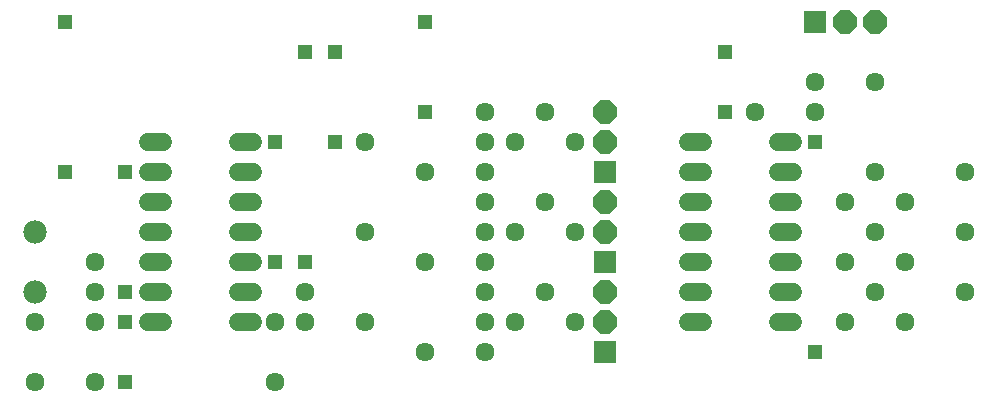
<source format=gts>
G75*
%MOIN*%
%OFA0B0*%
%FSLAX25Y25*%
%IPPOS*%
%LPD*%
%AMOC8*
5,1,8,0,0,1.08239X$1,22.5*
%
%ADD10C,0.06343*%
%ADD11OC8,0.07800*%
%ADD12R,0.07800X0.07800*%
%ADD13C,0.05950*%
%ADD14C,0.07800*%
%ADD15R,0.04762X0.04762*%
D10*
X0043919Y0017987D03*
X0063919Y0017987D03*
X0063919Y0037987D03*
X0043919Y0037987D03*
X0063919Y0047987D03*
X0063919Y0057987D03*
X0123919Y0037987D03*
X0133919Y0037987D03*
X0153919Y0037987D03*
X0133919Y0047987D03*
X0173919Y0057987D03*
X0193919Y0057987D03*
X0193919Y0067987D03*
X0203919Y0067987D03*
X0223919Y0067987D03*
X0213919Y0077987D03*
X0193919Y0077987D03*
X0193919Y0087987D03*
X0173919Y0087987D03*
X0153919Y0097987D03*
X0193919Y0097987D03*
X0203919Y0097987D03*
X0223919Y0097987D03*
X0213919Y0107987D03*
X0193919Y0107987D03*
X0283919Y0107987D03*
X0303919Y0107987D03*
X0303919Y0117987D03*
X0323919Y0117987D03*
X0323919Y0087987D03*
X0313919Y0077987D03*
X0333919Y0077987D03*
X0323919Y0067987D03*
X0313919Y0057987D03*
X0333919Y0057987D03*
X0323919Y0047987D03*
X0313919Y0037987D03*
X0333919Y0037987D03*
X0353919Y0047987D03*
X0353919Y0067987D03*
X0353919Y0087987D03*
X0223919Y0037987D03*
X0203919Y0037987D03*
X0193919Y0037987D03*
X0193919Y0047987D03*
X0213919Y0047987D03*
X0193919Y0027987D03*
X0173919Y0027987D03*
X0123919Y0017987D03*
X0153919Y0067987D03*
D11*
X0233919Y0067987D03*
X0233919Y0077987D03*
X0233919Y0097987D03*
X0233919Y0107987D03*
X0313919Y0137987D03*
X0323919Y0137987D03*
X0233919Y0047987D03*
X0233919Y0037987D03*
D12*
X0233919Y0027987D03*
X0233919Y0057987D03*
X0233919Y0087987D03*
X0303919Y0137987D03*
D13*
X0296494Y0097987D02*
X0291345Y0097987D01*
X0291345Y0087987D02*
X0296494Y0087987D01*
X0296494Y0077987D02*
X0291345Y0077987D01*
X0291345Y0067987D02*
X0296494Y0067987D01*
X0296494Y0057987D02*
X0291345Y0057987D01*
X0291345Y0047987D02*
X0296494Y0047987D01*
X0296494Y0037987D02*
X0291345Y0037987D01*
X0266494Y0037987D02*
X0261345Y0037987D01*
X0261345Y0047987D02*
X0266494Y0047987D01*
X0266494Y0057987D02*
X0261345Y0057987D01*
X0261345Y0067987D02*
X0266494Y0067987D01*
X0266494Y0077987D02*
X0261345Y0077987D01*
X0261345Y0087987D02*
X0266494Y0087987D01*
X0266494Y0097987D02*
X0261345Y0097987D01*
X0116494Y0097987D02*
X0111345Y0097987D01*
X0111345Y0087987D02*
X0116494Y0087987D01*
X0116494Y0077987D02*
X0111345Y0077987D01*
X0111345Y0067987D02*
X0116494Y0067987D01*
X0116494Y0057987D02*
X0111345Y0057987D01*
X0111345Y0047987D02*
X0116494Y0047987D01*
X0116494Y0037987D02*
X0111345Y0037987D01*
X0086494Y0037987D02*
X0081345Y0037987D01*
X0081345Y0047987D02*
X0086494Y0047987D01*
X0086494Y0057987D02*
X0081345Y0057987D01*
X0081345Y0067987D02*
X0086494Y0067987D01*
X0086494Y0077987D02*
X0081345Y0077987D01*
X0081345Y0087987D02*
X0086494Y0087987D01*
X0086494Y0097987D02*
X0081345Y0097987D01*
D14*
X0043919Y0067987D03*
X0043919Y0047987D03*
D15*
X0073919Y0047987D03*
X0073919Y0037987D03*
X0073919Y0017987D03*
X0123919Y0057987D03*
X0133919Y0057987D03*
X0073919Y0087987D03*
X0053919Y0087987D03*
X0123919Y0097987D03*
X0143919Y0097987D03*
X0173919Y0107987D03*
X0143919Y0127987D03*
X0133919Y0127987D03*
X0173919Y0137987D03*
X0273919Y0127987D03*
X0273919Y0107987D03*
X0303919Y0097987D03*
X0303919Y0027987D03*
X0053919Y0137987D03*
M02*

</source>
